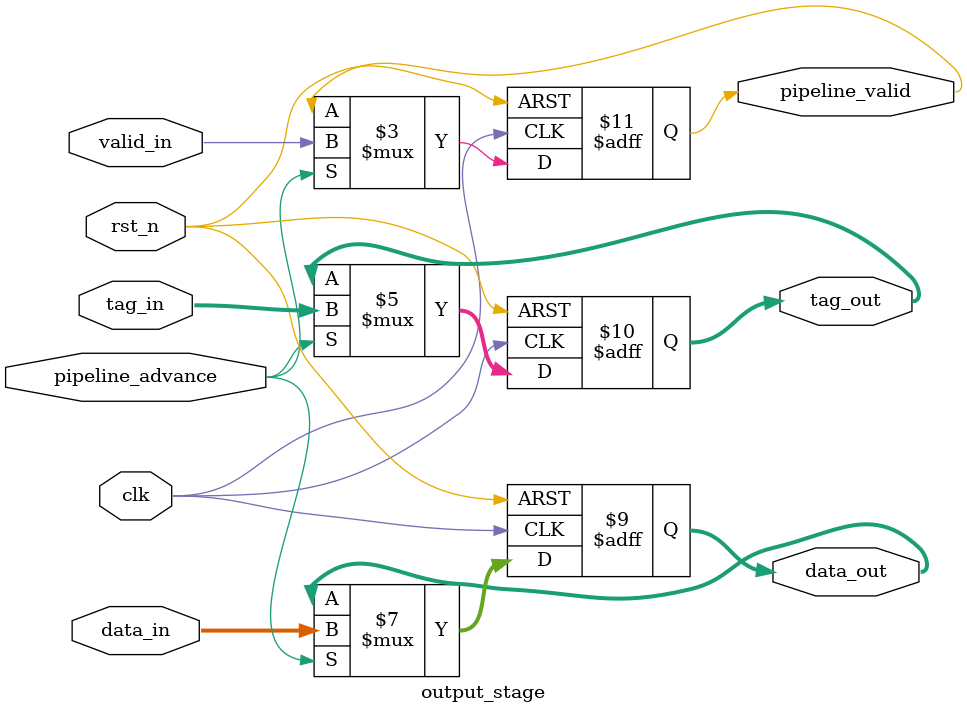
<source format=sv>
module tagged_buffer (
    input  wire        clk,
    input  wire        rst_n,
    input  wire [15:0] data_in,
    input  wire [3:0]  tag_in,
    input  wire        write_en,
    input  wire        pipeline_ready,
    output wire        pipeline_valid,
    output wire [15:0] data_out,
    output wire [3:0]  tag_out
);
    // 内部连接信号
    wire [15:0] data_stage1, data_stage2;
    wire [3:0]  tag_stage1, tag_stage2;
    wire        valid_stage1, valid_stage2;
    
    // 共享的控制信号
    wire pipeline_advance = pipeline_ready;
    
    // 子模块实例化
    input_stage u_input_stage (
        .clk             (clk),
        .rst_n           (rst_n),
        .data_in         (data_in),
        .tag_in          (tag_in),
        .write_en        (write_en),
        .pipeline_advance(pipeline_advance),
        .data_out        (data_stage1),
        .tag_out         (tag_stage1),
        .valid_out       (valid_stage1)
    );
    
    processing_stage u_processing_stage (
        .clk             (clk),
        .rst_n           (rst_n),
        .data_in         (data_stage1),
        .tag_in          (tag_stage1),
        .valid_in        (valid_stage1),
        .pipeline_advance(pipeline_advance),
        .data_out        (data_stage2),
        .tag_out         (tag_stage2),
        .valid_out       (valid_stage2)
    );
    
    output_stage u_output_stage (
        .clk             (clk),
        .rst_n           (rst_n),
        .data_in         (data_stage2),
        .tag_in          (tag_stage2),
        .valid_in        (valid_stage2),
        .pipeline_advance(pipeline_advance),
        .data_out        (data_out),
        .tag_out         (tag_out),
        .pipeline_valid  (pipeline_valid)
    );
    
endmodule

// 输入处理子模块
module input_stage (
    input  wire        clk,
    input  wire        rst_n,
    input  wire [15:0] data_in,
    input  wire [3:0]  tag_in,
    input  wire        write_en,
    input  wire        pipeline_advance,
    output reg  [15:0] data_out,
    output reg  [3:0]  tag_out,
    output reg         valid_out
);
    
    always @(posedge clk or negedge rst_n) begin
        if (!rst_n) begin
            data_out  <= 16'b0;
            tag_out   <= 4'b0;
            valid_out <= 1'b0;
        end else if (pipeline_advance) begin
            data_out  <= write_en ? data_in : 16'b0;
            tag_out   <= write_en ? tag_in  : 4'b0;
            valid_out <= write_en;
        end
    end
    
endmodule

// 处理阶段子模块
module processing_stage (
    input  wire        clk,
    input  wire        rst_n,
    input  wire [15:0] data_in,
    input  wire [3:0]  tag_in,
    input  wire        valid_in,
    input  wire        pipeline_advance,
    output reg  [15:0] data_out,
    output reg  [3:0]  tag_out,
    output reg         valid_out
);
    
    always @(posedge clk or negedge rst_n) begin
        if (!rst_n) begin
            data_out  <= 16'b0;
            tag_out   <= 4'b0;
            valid_out <= 1'b0;
        end else if (pipeline_advance) begin
            data_out  <= data_in;
            tag_out   <= tag_in;
            valid_out <= valid_in;
        end
    end
    
endmodule

// 输出阶段子模块
module output_stage (
    input  wire        clk,
    input  wire        rst_n,
    input  wire [15:0] data_in,
    input  wire [3:0]  tag_in,
    input  wire        valid_in,
    input  wire        pipeline_advance,
    output reg  [15:0] data_out,
    output reg  [3:0]  tag_out,
    output reg         pipeline_valid
);
    
    always @(posedge clk or negedge rst_n) begin
        if (!rst_n) begin
            data_out       <= 16'b0;
            tag_out        <= 4'b0;
            pipeline_valid <= 1'b0;
        end else if (pipeline_advance) begin
            data_out       <= data_in;
            tag_out        <= tag_in;
            pipeline_valid <= valid_in;
        end
    end
    
endmodule
</source>
